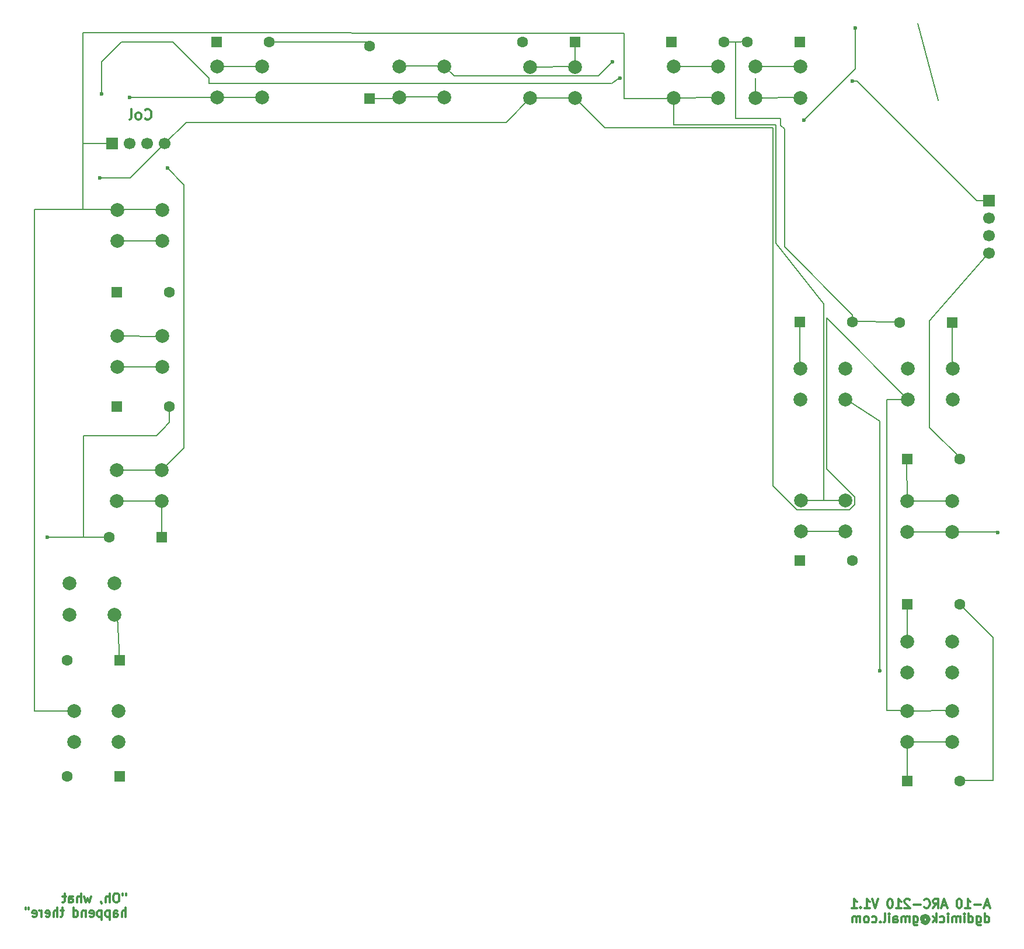
<source format=gbl>
%TF.GenerationSoftware,KiCad,Pcbnew,9.0.3*%
%TF.CreationDate,2025-07-25T01:46:46-06:00*%
%TF.ProjectId,ARC-210-Master-Board,4152432d-3231-4302-9d4d-61737465722d,rev?*%
%TF.SameCoordinates,Original*%
%TF.FileFunction,Copper,L2,Bot*%
%TF.FilePolarity,Positive*%
%FSLAX46Y46*%
G04 Gerber Fmt 4.6, Leading zero omitted, Abs format (unit mm)*
G04 Created by KiCad (PCBNEW 9.0.3) date 2025-07-25 01:46:46*
%MOMM*%
%LPD*%
G01*
G04 APERTURE LIST*
G04 Aperture macros list*
%AMRoundRect*
0 Rectangle with rounded corners*
0 $1 Rounding radius*
0 $2 $3 $4 $5 $6 $7 $8 $9 X,Y pos of 4 corners*
0 Add a 4 corners polygon primitive as box body*
4,1,4,$2,$3,$4,$5,$6,$7,$8,$9,$2,$3,0*
0 Add four circle primitives for the rounded corners*
1,1,$1+$1,$2,$3*
1,1,$1+$1,$4,$5*
1,1,$1+$1,$6,$7*
1,1,$1+$1,$8,$9*
0 Add four rect primitives between the rounded corners*
20,1,$1+$1,$2,$3,$4,$5,0*
20,1,$1+$1,$4,$5,$6,$7,0*
20,1,$1+$1,$6,$7,$8,$9,0*
20,1,$1+$1,$8,$9,$2,$3,0*%
G04 Aperture macros list end*
%TA.AperFunction,Conductor*%
%ADD10C,0.200000*%
%TD*%
%TA.AperFunction,NonConductor*%
%ADD11C,0.200000*%
%TD*%
%ADD12C,0.300000*%
%TA.AperFunction,NonConductor*%
%ADD13C,0.300000*%
%TD*%
%TA.AperFunction,ComponentPad*%
%ADD14C,2.000000*%
%TD*%
%TA.AperFunction,ComponentPad*%
%ADD15RoundRect,0.250000X-0.550000X-0.550000X0.550000X-0.550000X0.550000X0.550000X-0.550000X0.550000X0*%
%TD*%
%TA.AperFunction,ComponentPad*%
%ADD16C,1.600000*%
%TD*%
%TA.AperFunction,ComponentPad*%
%ADD17R,1.700000X1.700000*%
%TD*%
%TA.AperFunction,ComponentPad*%
%ADD18C,1.700000*%
%TD*%
%TA.AperFunction,ComponentPad*%
%ADD19RoundRect,0.250000X0.550000X0.550000X-0.550000X0.550000X-0.550000X-0.550000X0.550000X-0.550000X0*%
%TD*%
%TA.AperFunction,ComponentPad*%
%ADD20RoundRect,0.250000X0.550000X-0.550000X0.550000X0.550000X-0.550000X0.550000X-0.550000X-0.550000X0*%
%TD*%
%TA.AperFunction,ViaPad*%
%ADD21C,0.600000*%
%TD*%
G04 APERTURE END LIST*
D10*
%TO.N,Net-(J2-Pin_3)*%
X198340000Y-86600000D02*
X194040000Y-83780000D01*
%TO.N,Net-(D3-K)*%
X94210000Y-98200000D02*
X87790000Y-98200000D01*
%TO.N,Net-(D13-A)*%
X210290000Y-92220000D02*
X205530000Y-87570000D01*
%TO.N,Net-(J2-Pin_4)*%
X208960000Y-128640000D02*
X202580000Y-128650000D01*
%TO.N,Net-(J2-Pin_1)*%
X84880000Y-46340000D02*
X86990000Y-46340000D01*
%TO.N,Net-(D8-K)*%
X154150000Y-35100000D02*
X147670000Y-35190000D01*
%TO.N,Net-(D1-A)*%
X212376292Y-54570000D02*
X214130000Y-54600000D01*
X159450000Y-37610000D02*
X160460000Y-36920000D01*
%TO.N,Net-(J2-Pin_3)*%
X94190000Y-93690000D02*
X87810000Y-93690000D01*
%TO.N,Net-(J2-Pin_1)*%
X161290000Y-39800000D02*
X161290000Y-30309474D01*
%TO.N,Net-(D13-K)*%
X193390000Y-102650000D02*
X186860000Y-102650000D01*
%TO.N,Net-(D9-K)*%
X174970000Y-35150000D02*
X168440000Y-35170000D01*
%TO.N,Net-(D7-K)*%
X129190000Y-39545000D02*
X135540000Y-39520000D01*
%TO.N,Net-(J2-Pin_1)*%
X81510000Y-128660000D02*
X75790000Y-128680000D01*
X161290000Y-30309474D02*
X82760000Y-30260000D01*
%TO.N,Net-(D13-A)*%
X205530000Y-87570000D02*
X205530000Y-72147637D01*
X209930000Y-138800000D02*
X214780000Y-138800000D01*
%TO.N,Net-(D2-K)*%
X88120000Y-121340000D02*
X87740000Y-115000000D01*
%TO.N,Net-(J2-Pin_1)*%
X82760000Y-30260000D02*
X82760000Y-55840000D01*
%TO.N,Net-(D1-A)*%
X101040000Y-37620000D02*
X101040000Y-36810000D01*
%TO.N,Net-(J2-Pin_4)*%
X199380000Y-108460000D02*
X199400000Y-121090000D01*
%TO.N,Net-(D10-A)*%
X177410000Y-31610000D02*
X175670000Y-31610000D01*
%TO.N,Net-(D3-K)*%
X94180000Y-103420000D02*
X94180000Y-98199914D01*
%TO.N,Net-(J2-Pin_1)*%
X183300000Y-60820000D02*
X183300000Y-43579896D01*
X75790000Y-128680000D02*
X75770000Y-55870000D01*
X174960000Y-39650000D02*
X168400000Y-39680000D01*
%TO.N,Net-(J2-Pin_4)*%
X154110000Y-39660000D02*
X147470000Y-39660000D01*
%TO.N,Net-(D7-K)*%
X124380000Y-39770000D02*
X128740000Y-39770000D01*
%TO.N,Net-(J2-Pin_4)*%
X87770000Y-74270000D02*
X94300000Y-74360000D01*
%TO.N,Net-(J2-Pin_1)*%
X193388006Y-98150009D02*
X186990000Y-98150009D01*
%TO.N,Net-(D16-K)*%
X202350000Y-138850000D02*
X202350000Y-133159289D01*
%TO.N,Net-(J2-Pin_1)*%
X168460000Y-39750000D02*
X168460000Y-43587380D01*
X86990000Y-46340000D02*
X82770000Y-46340000D01*
%TO.N,Net-(D5-K)*%
X94260000Y-60420000D02*
X87790000Y-60420000D01*
%TO.N,Net-(J2-Pin_4)*%
X199380000Y-121090524D02*
X199380000Y-123890017D01*
%TO.N,Net-(D10-A)*%
X179130000Y-31530000D02*
X177410000Y-31610000D01*
%TO.N,Net-(J2-Pin_1)*%
X190189003Y-98150009D02*
X190189003Y-69594489D01*
%TO.N,Net-(D14-K)*%
X202260000Y-92160000D02*
X202350000Y-98200000D01*
%TO.N,Net-(D13-A)*%
X205570000Y-72020000D02*
X213640000Y-62700000D01*
%TO.N,Net-(D15-K)*%
X202300000Y-113160000D02*
X202300000Y-118712602D01*
%TO.N,Net-(J2-Pin_4)*%
X199370000Y-108430000D02*
X199370000Y-105350000D01*
X199380000Y-123880000D02*
X199380000Y-128590000D01*
%TO.N,Net-(D14-K)*%
X209040000Y-98180000D02*
X202490000Y-98210000D01*
%TO.N,Net-(J2-Pin_1)*%
X190189003Y-69594489D02*
X183300000Y-60820000D01*
%TO.N,Net-(D4-K)*%
X94270000Y-78770000D02*
X87820000Y-78770000D01*
%TO.N,Net-(D11-K)*%
X186790000Y-72240000D02*
X186790000Y-79160585D01*
%TO.N,Net-(J2-Pin_2)*%
X180330000Y-39510000D02*
X180330000Y-36819833D01*
%TO.N,Net-(J2-Pin_4)*%
X199380000Y-128590000D02*
X201610000Y-128590000D01*
%TO.N,Net-(J2-Pin_1)*%
X183300000Y-43579896D02*
X168460000Y-43587380D01*
%TO.N,Net-(J2-Pin_4)*%
X199370000Y-105350000D02*
X199370000Y-83510000D01*
%TO.N,Net-(J2-Pin_1)*%
X168460000Y-39750000D02*
X161289826Y-39750000D01*
X94300000Y-55870000D02*
X87770000Y-55830000D01*
%TO.N,Net-(D16-K)*%
X208830000Y-133150000D02*
X202260000Y-133160000D01*
%TO.N,Net-(D10-A)*%
X201240000Y-72230000D02*
X194340000Y-72160000D01*
%TO.N,Net-(J2-Pin_4)*%
X202490000Y-83510000D02*
X199380000Y-83510000D01*
%TO.N,Net-(J2-Pin_2)*%
X209090000Y-102710000D02*
X202770000Y-102680000D01*
%TO.N,Net-(J2-Pin_1)*%
X75770000Y-55870000D02*
X88180000Y-55870000D01*
%TO.N,Net-(D10-A)*%
X177410000Y-31610000D02*
X177410000Y-42630000D01*
%TO.N,Net-(D6-K)*%
X102250000Y-35120000D02*
X108840000Y-35120000D01*
%TO.N,Net-(D10-K)*%
X186850000Y-35150000D02*
X180310000Y-35160000D01*
D11*
X203850000Y-28850000D02*
X206790000Y-40070000D01*
D10*
%TO.N,Net-(J2-Pin_3)*%
X128680000Y-35045000D02*
X135270000Y-35045000D01*
%TO.N,Net-(J2-Pin_2)*%
X186790000Y-39650000D02*
X180290000Y-39670000D01*
D12*
D13*
X91798346Y-42667971D02*
X91869774Y-42739400D01*
X91869774Y-42739400D02*
X92084060Y-42810828D01*
X92084060Y-42810828D02*
X92226917Y-42810828D01*
X92226917Y-42810828D02*
X92441203Y-42739400D01*
X92441203Y-42739400D02*
X92584060Y-42596542D01*
X92584060Y-42596542D02*
X92655489Y-42453685D01*
X92655489Y-42453685D02*
X92726917Y-42167971D01*
X92726917Y-42167971D02*
X92726917Y-41953685D01*
X92726917Y-41953685D02*
X92655489Y-41667971D01*
X92655489Y-41667971D02*
X92584060Y-41525114D01*
X92584060Y-41525114D02*
X92441203Y-41382257D01*
X92441203Y-41382257D02*
X92226917Y-41310828D01*
X92226917Y-41310828D02*
X92084060Y-41310828D01*
X92084060Y-41310828D02*
X91869774Y-41382257D01*
X91869774Y-41382257D02*
X91798346Y-41453685D01*
X90941203Y-42810828D02*
X91084060Y-42739400D01*
X91084060Y-42739400D02*
X91155489Y-42667971D01*
X91155489Y-42667971D02*
X91226917Y-42525114D01*
X91226917Y-42525114D02*
X91226917Y-42096542D01*
X91226917Y-42096542D02*
X91155489Y-41953685D01*
X91155489Y-41953685D02*
X91084060Y-41882257D01*
X91084060Y-41882257D02*
X90941203Y-41810828D01*
X90941203Y-41810828D02*
X90726917Y-41810828D01*
X90726917Y-41810828D02*
X90584060Y-41882257D01*
X90584060Y-41882257D02*
X90512632Y-41953685D01*
X90512632Y-41953685D02*
X90441203Y-42096542D01*
X90441203Y-42096542D02*
X90441203Y-42525114D01*
X90441203Y-42525114D02*
X90512632Y-42667971D01*
X90512632Y-42667971D02*
X90584060Y-42739400D01*
X90584060Y-42739400D02*
X90726917Y-42810828D01*
X90726917Y-42810828D02*
X90941203Y-42810828D01*
X89584060Y-42810828D02*
X89726917Y-42739400D01*
X89726917Y-42739400D02*
X89798346Y-42596542D01*
X89798346Y-42596542D02*
X89798346Y-41310828D01*
D12*
D13*
X214205012Y-156900949D02*
X213585965Y-156900949D01*
X214328822Y-157272377D02*
X213895489Y-155972377D01*
X213895489Y-155972377D02*
X213462155Y-157272377D01*
X213028822Y-156777139D02*
X212038346Y-156777139D01*
X210738345Y-157272377D02*
X211481202Y-157272377D01*
X211109774Y-157272377D02*
X211109774Y-155972377D01*
X211109774Y-155972377D02*
X211233583Y-156158092D01*
X211233583Y-156158092D02*
X211357393Y-156281901D01*
X211357393Y-156281901D02*
X211481202Y-156343806D01*
X209933584Y-155972377D02*
X209809774Y-155972377D01*
X209809774Y-155972377D02*
X209685965Y-156034282D01*
X209685965Y-156034282D02*
X209624060Y-156096187D01*
X209624060Y-156096187D02*
X209562155Y-156219996D01*
X209562155Y-156219996D02*
X209500250Y-156467615D01*
X209500250Y-156467615D02*
X209500250Y-156777139D01*
X209500250Y-156777139D02*
X209562155Y-157024758D01*
X209562155Y-157024758D02*
X209624060Y-157148568D01*
X209624060Y-157148568D02*
X209685965Y-157210473D01*
X209685965Y-157210473D02*
X209809774Y-157272377D01*
X209809774Y-157272377D02*
X209933584Y-157272377D01*
X209933584Y-157272377D02*
X210057393Y-157210473D01*
X210057393Y-157210473D02*
X210119298Y-157148568D01*
X210119298Y-157148568D02*
X210181203Y-157024758D01*
X210181203Y-157024758D02*
X210243107Y-156777139D01*
X210243107Y-156777139D02*
X210243107Y-156467615D01*
X210243107Y-156467615D02*
X210181203Y-156219996D01*
X210181203Y-156219996D02*
X210119298Y-156096187D01*
X210119298Y-156096187D02*
X210057393Y-156034282D01*
X210057393Y-156034282D02*
X209933584Y-155972377D01*
X208014536Y-156900949D02*
X207395489Y-156900949D01*
X208138346Y-157272377D02*
X207705013Y-155972377D01*
X207705013Y-155972377D02*
X207271679Y-157272377D01*
X206095489Y-157272377D02*
X206528822Y-156653330D01*
X206838346Y-157272377D02*
X206838346Y-155972377D01*
X206838346Y-155972377D02*
X206343108Y-155972377D01*
X206343108Y-155972377D02*
X206219298Y-156034282D01*
X206219298Y-156034282D02*
X206157393Y-156096187D01*
X206157393Y-156096187D02*
X206095489Y-156219996D01*
X206095489Y-156219996D02*
X206095489Y-156405711D01*
X206095489Y-156405711D02*
X206157393Y-156529520D01*
X206157393Y-156529520D02*
X206219298Y-156591425D01*
X206219298Y-156591425D02*
X206343108Y-156653330D01*
X206343108Y-156653330D02*
X206838346Y-156653330D01*
X204795489Y-157148568D02*
X204857393Y-157210473D01*
X204857393Y-157210473D02*
X205043108Y-157272377D01*
X205043108Y-157272377D02*
X205166917Y-157272377D01*
X205166917Y-157272377D02*
X205352631Y-157210473D01*
X205352631Y-157210473D02*
X205476441Y-157086663D01*
X205476441Y-157086663D02*
X205538346Y-156962853D01*
X205538346Y-156962853D02*
X205600250Y-156715234D01*
X205600250Y-156715234D02*
X205600250Y-156529520D01*
X205600250Y-156529520D02*
X205538346Y-156281901D01*
X205538346Y-156281901D02*
X205476441Y-156158092D01*
X205476441Y-156158092D02*
X205352631Y-156034282D01*
X205352631Y-156034282D02*
X205166917Y-155972377D01*
X205166917Y-155972377D02*
X205043108Y-155972377D01*
X205043108Y-155972377D02*
X204857393Y-156034282D01*
X204857393Y-156034282D02*
X204795489Y-156096187D01*
X204238346Y-156777139D02*
X203247870Y-156777139D01*
X202690726Y-156096187D02*
X202628822Y-156034282D01*
X202628822Y-156034282D02*
X202505012Y-155972377D01*
X202505012Y-155972377D02*
X202195488Y-155972377D01*
X202195488Y-155972377D02*
X202071679Y-156034282D01*
X202071679Y-156034282D02*
X202009774Y-156096187D01*
X202009774Y-156096187D02*
X201947869Y-156219996D01*
X201947869Y-156219996D02*
X201947869Y-156343806D01*
X201947869Y-156343806D02*
X202009774Y-156529520D01*
X202009774Y-156529520D02*
X202752631Y-157272377D01*
X202752631Y-157272377D02*
X201947869Y-157272377D01*
X200709774Y-157272377D02*
X201452631Y-157272377D01*
X201081203Y-157272377D02*
X201081203Y-155972377D01*
X201081203Y-155972377D02*
X201205012Y-156158092D01*
X201205012Y-156158092D02*
X201328822Y-156281901D01*
X201328822Y-156281901D02*
X201452631Y-156343806D01*
X199905013Y-155972377D02*
X199781203Y-155972377D01*
X199781203Y-155972377D02*
X199657394Y-156034282D01*
X199657394Y-156034282D02*
X199595489Y-156096187D01*
X199595489Y-156096187D02*
X199533584Y-156219996D01*
X199533584Y-156219996D02*
X199471679Y-156467615D01*
X199471679Y-156467615D02*
X199471679Y-156777139D01*
X199471679Y-156777139D02*
X199533584Y-157024758D01*
X199533584Y-157024758D02*
X199595489Y-157148568D01*
X199595489Y-157148568D02*
X199657394Y-157210473D01*
X199657394Y-157210473D02*
X199781203Y-157272377D01*
X199781203Y-157272377D02*
X199905013Y-157272377D01*
X199905013Y-157272377D02*
X200028822Y-157210473D01*
X200028822Y-157210473D02*
X200090727Y-157148568D01*
X200090727Y-157148568D02*
X200152632Y-157024758D01*
X200152632Y-157024758D02*
X200214536Y-156777139D01*
X200214536Y-156777139D02*
X200214536Y-156467615D01*
X200214536Y-156467615D02*
X200152632Y-156219996D01*
X200152632Y-156219996D02*
X200090727Y-156096187D01*
X200090727Y-156096187D02*
X200028822Y-156034282D01*
X200028822Y-156034282D02*
X199905013Y-155972377D01*
X198109775Y-155972377D02*
X197676442Y-157272377D01*
X197676442Y-157272377D02*
X197243108Y-155972377D01*
X196128822Y-157272377D02*
X196871679Y-157272377D01*
X196500251Y-157272377D02*
X196500251Y-155972377D01*
X196500251Y-155972377D02*
X196624060Y-156158092D01*
X196624060Y-156158092D02*
X196747870Y-156281901D01*
X196747870Y-156281901D02*
X196871679Y-156343806D01*
X195571680Y-157148568D02*
X195509775Y-157210473D01*
X195509775Y-157210473D02*
X195571680Y-157272377D01*
X195571680Y-157272377D02*
X195633584Y-157210473D01*
X195633584Y-157210473D02*
X195571680Y-157148568D01*
X195571680Y-157148568D02*
X195571680Y-157272377D01*
X194271679Y-157272377D02*
X195014536Y-157272377D01*
X194643108Y-157272377D02*
X194643108Y-155972377D01*
X194643108Y-155972377D02*
X194766917Y-156158092D01*
X194766917Y-156158092D02*
X194890727Y-156281901D01*
X194890727Y-156281901D02*
X195014536Y-156343806D01*
X213585965Y-159365304D02*
X213585965Y-158065304D01*
X213585965Y-159303400D02*
X213709774Y-159365304D01*
X213709774Y-159365304D02*
X213957393Y-159365304D01*
X213957393Y-159365304D02*
X214081203Y-159303400D01*
X214081203Y-159303400D02*
X214143108Y-159241495D01*
X214143108Y-159241495D02*
X214205012Y-159117685D01*
X214205012Y-159117685D02*
X214205012Y-158746257D01*
X214205012Y-158746257D02*
X214143108Y-158622447D01*
X214143108Y-158622447D02*
X214081203Y-158560542D01*
X214081203Y-158560542D02*
X213957393Y-158498638D01*
X213957393Y-158498638D02*
X213709774Y-158498638D01*
X213709774Y-158498638D02*
X213585965Y-158560542D01*
X212409775Y-158498638D02*
X212409775Y-159551019D01*
X212409775Y-159551019D02*
X212471680Y-159674828D01*
X212471680Y-159674828D02*
X212533584Y-159736733D01*
X212533584Y-159736733D02*
X212657394Y-159798638D01*
X212657394Y-159798638D02*
X212843108Y-159798638D01*
X212843108Y-159798638D02*
X212966918Y-159736733D01*
X212409775Y-159303400D02*
X212533584Y-159365304D01*
X212533584Y-159365304D02*
X212781203Y-159365304D01*
X212781203Y-159365304D02*
X212905013Y-159303400D01*
X212905013Y-159303400D02*
X212966918Y-159241495D01*
X212966918Y-159241495D02*
X213028822Y-159117685D01*
X213028822Y-159117685D02*
X213028822Y-158746257D01*
X213028822Y-158746257D02*
X212966918Y-158622447D01*
X212966918Y-158622447D02*
X212905013Y-158560542D01*
X212905013Y-158560542D02*
X212781203Y-158498638D01*
X212781203Y-158498638D02*
X212533584Y-158498638D01*
X212533584Y-158498638D02*
X212409775Y-158560542D01*
X211233585Y-159365304D02*
X211233585Y-158065304D01*
X211233585Y-159303400D02*
X211357394Y-159365304D01*
X211357394Y-159365304D02*
X211605013Y-159365304D01*
X211605013Y-159365304D02*
X211728823Y-159303400D01*
X211728823Y-159303400D02*
X211790728Y-159241495D01*
X211790728Y-159241495D02*
X211852632Y-159117685D01*
X211852632Y-159117685D02*
X211852632Y-158746257D01*
X211852632Y-158746257D02*
X211790728Y-158622447D01*
X211790728Y-158622447D02*
X211728823Y-158560542D01*
X211728823Y-158560542D02*
X211605013Y-158498638D01*
X211605013Y-158498638D02*
X211357394Y-158498638D01*
X211357394Y-158498638D02*
X211233585Y-158560542D01*
X210614538Y-159365304D02*
X210614538Y-158498638D01*
X210614538Y-158065304D02*
X210676442Y-158127209D01*
X210676442Y-158127209D02*
X210614538Y-158189114D01*
X210614538Y-158189114D02*
X210552633Y-158127209D01*
X210552633Y-158127209D02*
X210614538Y-158065304D01*
X210614538Y-158065304D02*
X210614538Y-158189114D01*
X209995490Y-159365304D02*
X209995490Y-158498638D01*
X209995490Y-158622447D02*
X209933585Y-158560542D01*
X209933585Y-158560542D02*
X209809775Y-158498638D01*
X209809775Y-158498638D02*
X209624061Y-158498638D01*
X209624061Y-158498638D02*
X209500252Y-158560542D01*
X209500252Y-158560542D02*
X209438347Y-158684352D01*
X209438347Y-158684352D02*
X209438347Y-159365304D01*
X209438347Y-158684352D02*
X209376442Y-158560542D01*
X209376442Y-158560542D02*
X209252633Y-158498638D01*
X209252633Y-158498638D02*
X209066918Y-158498638D01*
X209066918Y-158498638D02*
X208943109Y-158560542D01*
X208943109Y-158560542D02*
X208881204Y-158684352D01*
X208881204Y-158684352D02*
X208881204Y-159365304D01*
X208262157Y-159365304D02*
X208262157Y-158498638D01*
X208262157Y-158065304D02*
X208324061Y-158127209D01*
X208324061Y-158127209D02*
X208262157Y-158189114D01*
X208262157Y-158189114D02*
X208200252Y-158127209D01*
X208200252Y-158127209D02*
X208262157Y-158065304D01*
X208262157Y-158065304D02*
X208262157Y-158189114D01*
X207085966Y-159303400D02*
X207209775Y-159365304D01*
X207209775Y-159365304D02*
X207457394Y-159365304D01*
X207457394Y-159365304D02*
X207581204Y-159303400D01*
X207581204Y-159303400D02*
X207643109Y-159241495D01*
X207643109Y-159241495D02*
X207705013Y-159117685D01*
X207705013Y-159117685D02*
X207705013Y-158746257D01*
X207705013Y-158746257D02*
X207643109Y-158622447D01*
X207643109Y-158622447D02*
X207581204Y-158560542D01*
X207581204Y-158560542D02*
X207457394Y-158498638D01*
X207457394Y-158498638D02*
X207209775Y-158498638D01*
X207209775Y-158498638D02*
X207085966Y-158560542D01*
X206528823Y-159365304D02*
X206528823Y-158065304D01*
X206405013Y-158870066D02*
X206033585Y-159365304D01*
X206033585Y-158498638D02*
X206528823Y-158993876D01*
X204671680Y-158746257D02*
X204733585Y-158684352D01*
X204733585Y-158684352D02*
X204857394Y-158622447D01*
X204857394Y-158622447D02*
X204981204Y-158622447D01*
X204981204Y-158622447D02*
X205105013Y-158684352D01*
X205105013Y-158684352D02*
X205166918Y-158746257D01*
X205166918Y-158746257D02*
X205228823Y-158870066D01*
X205228823Y-158870066D02*
X205228823Y-158993876D01*
X205228823Y-158993876D02*
X205166918Y-159117685D01*
X205166918Y-159117685D02*
X205105013Y-159179590D01*
X205105013Y-159179590D02*
X204981204Y-159241495D01*
X204981204Y-159241495D02*
X204857394Y-159241495D01*
X204857394Y-159241495D02*
X204733585Y-159179590D01*
X204733585Y-159179590D02*
X204671680Y-159117685D01*
X204671680Y-158622447D02*
X204671680Y-159117685D01*
X204671680Y-159117685D02*
X204609775Y-159179590D01*
X204609775Y-159179590D02*
X204547870Y-159179590D01*
X204547870Y-159179590D02*
X204424061Y-159117685D01*
X204424061Y-159117685D02*
X204362156Y-158993876D01*
X204362156Y-158993876D02*
X204362156Y-158684352D01*
X204362156Y-158684352D02*
X204485966Y-158498638D01*
X204485966Y-158498638D02*
X204671680Y-158374828D01*
X204671680Y-158374828D02*
X204919299Y-158312923D01*
X204919299Y-158312923D02*
X205166918Y-158374828D01*
X205166918Y-158374828D02*
X205352632Y-158498638D01*
X205352632Y-158498638D02*
X205476442Y-158684352D01*
X205476442Y-158684352D02*
X205538346Y-158931971D01*
X205538346Y-158931971D02*
X205476442Y-159179590D01*
X205476442Y-159179590D02*
X205352632Y-159365304D01*
X205352632Y-159365304D02*
X205166918Y-159489114D01*
X205166918Y-159489114D02*
X204919299Y-159551019D01*
X204919299Y-159551019D02*
X204671680Y-159489114D01*
X204671680Y-159489114D02*
X204485966Y-159365304D01*
X203247870Y-158498638D02*
X203247870Y-159551019D01*
X203247870Y-159551019D02*
X203309775Y-159674828D01*
X203309775Y-159674828D02*
X203371679Y-159736733D01*
X203371679Y-159736733D02*
X203495489Y-159798638D01*
X203495489Y-159798638D02*
X203681203Y-159798638D01*
X203681203Y-159798638D02*
X203805013Y-159736733D01*
X203247870Y-159303400D02*
X203371679Y-159365304D01*
X203371679Y-159365304D02*
X203619298Y-159365304D01*
X203619298Y-159365304D02*
X203743108Y-159303400D01*
X203743108Y-159303400D02*
X203805013Y-159241495D01*
X203805013Y-159241495D02*
X203866917Y-159117685D01*
X203866917Y-159117685D02*
X203866917Y-158746257D01*
X203866917Y-158746257D02*
X203805013Y-158622447D01*
X203805013Y-158622447D02*
X203743108Y-158560542D01*
X203743108Y-158560542D02*
X203619298Y-158498638D01*
X203619298Y-158498638D02*
X203371679Y-158498638D01*
X203371679Y-158498638D02*
X203247870Y-158560542D01*
X202628823Y-159365304D02*
X202628823Y-158498638D01*
X202628823Y-158622447D02*
X202566918Y-158560542D01*
X202566918Y-158560542D02*
X202443108Y-158498638D01*
X202443108Y-158498638D02*
X202257394Y-158498638D01*
X202257394Y-158498638D02*
X202133585Y-158560542D01*
X202133585Y-158560542D02*
X202071680Y-158684352D01*
X202071680Y-158684352D02*
X202071680Y-159365304D01*
X202071680Y-158684352D02*
X202009775Y-158560542D01*
X202009775Y-158560542D02*
X201885966Y-158498638D01*
X201885966Y-158498638D02*
X201700251Y-158498638D01*
X201700251Y-158498638D02*
X201576442Y-158560542D01*
X201576442Y-158560542D02*
X201514537Y-158684352D01*
X201514537Y-158684352D02*
X201514537Y-159365304D01*
X200338347Y-159365304D02*
X200338347Y-158684352D01*
X200338347Y-158684352D02*
X200400252Y-158560542D01*
X200400252Y-158560542D02*
X200524061Y-158498638D01*
X200524061Y-158498638D02*
X200771680Y-158498638D01*
X200771680Y-158498638D02*
X200895490Y-158560542D01*
X200338347Y-159303400D02*
X200462156Y-159365304D01*
X200462156Y-159365304D02*
X200771680Y-159365304D01*
X200771680Y-159365304D02*
X200895490Y-159303400D01*
X200895490Y-159303400D02*
X200957394Y-159179590D01*
X200957394Y-159179590D02*
X200957394Y-159055780D01*
X200957394Y-159055780D02*
X200895490Y-158931971D01*
X200895490Y-158931971D02*
X200771680Y-158870066D01*
X200771680Y-158870066D02*
X200462156Y-158870066D01*
X200462156Y-158870066D02*
X200338347Y-158808161D01*
X199719300Y-159365304D02*
X199719300Y-158498638D01*
X199719300Y-158065304D02*
X199781204Y-158127209D01*
X199781204Y-158127209D02*
X199719300Y-158189114D01*
X199719300Y-158189114D02*
X199657395Y-158127209D01*
X199657395Y-158127209D02*
X199719300Y-158065304D01*
X199719300Y-158065304D02*
X199719300Y-158189114D01*
X198914537Y-159365304D02*
X199038347Y-159303400D01*
X199038347Y-159303400D02*
X199100252Y-159179590D01*
X199100252Y-159179590D02*
X199100252Y-158065304D01*
X198419300Y-159241495D02*
X198357395Y-159303400D01*
X198357395Y-159303400D02*
X198419300Y-159365304D01*
X198419300Y-159365304D02*
X198481204Y-159303400D01*
X198481204Y-159303400D02*
X198419300Y-159241495D01*
X198419300Y-159241495D02*
X198419300Y-159365304D01*
X197243109Y-159303400D02*
X197366918Y-159365304D01*
X197366918Y-159365304D02*
X197614537Y-159365304D01*
X197614537Y-159365304D02*
X197738347Y-159303400D01*
X197738347Y-159303400D02*
X197800252Y-159241495D01*
X197800252Y-159241495D02*
X197862156Y-159117685D01*
X197862156Y-159117685D02*
X197862156Y-158746257D01*
X197862156Y-158746257D02*
X197800252Y-158622447D01*
X197800252Y-158622447D02*
X197738347Y-158560542D01*
X197738347Y-158560542D02*
X197614537Y-158498638D01*
X197614537Y-158498638D02*
X197366918Y-158498638D01*
X197366918Y-158498638D02*
X197243109Y-158560542D01*
X196500251Y-159365304D02*
X196624061Y-159303400D01*
X196624061Y-159303400D02*
X196685966Y-159241495D01*
X196685966Y-159241495D02*
X196747870Y-159117685D01*
X196747870Y-159117685D02*
X196747870Y-158746257D01*
X196747870Y-158746257D02*
X196685966Y-158622447D01*
X196685966Y-158622447D02*
X196624061Y-158560542D01*
X196624061Y-158560542D02*
X196500251Y-158498638D01*
X196500251Y-158498638D02*
X196314537Y-158498638D01*
X196314537Y-158498638D02*
X196190728Y-158560542D01*
X196190728Y-158560542D02*
X196128823Y-158622447D01*
X196128823Y-158622447D02*
X196066918Y-158746257D01*
X196066918Y-158746257D02*
X196066918Y-159117685D01*
X196066918Y-159117685D02*
X196128823Y-159241495D01*
X196128823Y-159241495D02*
X196190728Y-159303400D01*
X196190728Y-159303400D02*
X196314537Y-159365304D01*
X196314537Y-159365304D02*
X196500251Y-159365304D01*
X195509776Y-159365304D02*
X195509776Y-158498638D01*
X195509776Y-158622447D02*
X195447871Y-158560542D01*
X195447871Y-158560542D02*
X195324061Y-158498638D01*
X195324061Y-158498638D02*
X195138347Y-158498638D01*
X195138347Y-158498638D02*
X195014538Y-158560542D01*
X195014538Y-158560542D02*
X194952633Y-158684352D01*
X194952633Y-158684352D02*
X194952633Y-159365304D01*
X194952633Y-158684352D02*
X194890728Y-158560542D01*
X194890728Y-158560542D02*
X194766919Y-158498638D01*
X194766919Y-158498638D02*
X194581204Y-158498638D01*
X194581204Y-158498638D02*
X194457395Y-158560542D01*
X194457395Y-158560542D02*
X194395490Y-158684352D01*
X194395490Y-158684352D02*
X194395490Y-159365304D01*
D12*
D13*
X89055012Y-155152377D02*
X89055012Y-155399996D01*
X88559774Y-155152377D02*
X88559774Y-155399996D01*
X87755013Y-155152377D02*
X87507394Y-155152377D01*
X87507394Y-155152377D02*
X87383584Y-155214282D01*
X87383584Y-155214282D02*
X87259775Y-155338092D01*
X87259775Y-155338092D02*
X87197870Y-155585711D01*
X87197870Y-155585711D02*
X87197870Y-156019044D01*
X87197870Y-156019044D02*
X87259775Y-156266663D01*
X87259775Y-156266663D02*
X87383584Y-156390473D01*
X87383584Y-156390473D02*
X87507394Y-156452377D01*
X87507394Y-156452377D02*
X87755013Y-156452377D01*
X87755013Y-156452377D02*
X87878822Y-156390473D01*
X87878822Y-156390473D02*
X88002632Y-156266663D01*
X88002632Y-156266663D02*
X88064536Y-156019044D01*
X88064536Y-156019044D02*
X88064536Y-155585711D01*
X88064536Y-155585711D02*
X88002632Y-155338092D01*
X88002632Y-155338092D02*
X87878822Y-155214282D01*
X87878822Y-155214282D02*
X87755013Y-155152377D01*
X86640727Y-156452377D02*
X86640727Y-155152377D01*
X86083584Y-156452377D02*
X86083584Y-155771425D01*
X86083584Y-155771425D02*
X86145489Y-155647615D01*
X86145489Y-155647615D02*
X86269298Y-155585711D01*
X86269298Y-155585711D02*
X86455012Y-155585711D01*
X86455012Y-155585711D02*
X86578822Y-155647615D01*
X86578822Y-155647615D02*
X86640727Y-155709520D01*
X85402632Y-156390473D02*
X85402632Y-156452377D01*
X85402632Y-156452377D02*
X85464537Y-156576187D01*
X85464537Y-156576187D02*
X85526441Y-156638092D01*
X83978822Y-155585711D02*
X83731203Y-156452377D01*
X83731203Y-156452377D02*
X83483584Y-155833330D01*
X83483584Y-155833330D02*
X83235965Y-156452377D01*
X83235965Y-156452377D02*
X82988346Y-155585711D01*
X82493108Y-156452377D02*
X82493108Y-155152377D01*
X81935965Y-156452377D02*
X81935965Y-155771425D01*
X81935965Y-155771425D02*
X81997870Y-155647615D01*
X81997870Y-155647615D02*
X82121679Y-155585711D01*
X82121679Y-155585711D02*
X82307393Y-155585711D01*
X82307393Y-155585711D02*
X82431203Y-155647615D01*
X82431203Y-155647615D02*
X82493108Y-155709520D01*
X80759775Y-156452377D02*
X80759775Y-155771425D01*
X80759775Y-155771425D02*
X80821680Y-155647615D01*
X80821680Y-155647615D02*
X80945489Y-155585711D01*
X80945489Y-155585711D02*
X81193108Y-155585711D01*
X81193108Y-155585711D02*
X81316918Y-155647615D01*
X80759775Y-156390473D02*
X80883584Y-156452377D01*
X80883584Y-156452377D02*
X81193108Y-156452377D01*
X81193108Y-156452377D02*
X81316918Y-156390473D01*
X81316918Y-156390473D02*
X81378822Y-156266663D01*
X81378822Y-156266663D02*
X81378822Y-156142853D01*
X81378822Y-156142853D02*
X81316918Y-156019044D01*
X81316918Y-156019044D02*
X81193108Y-155957139D01*
X81193108Y-155957139D02*
X80883584Y-155957139D01*
X80883584Y-155957139D02*
X80759775Y-155895234D01*
X80326442Y-155585711D02*
X79831204Y-155585711D01*
X80140728Y-155152377D02*
X80140728Y-156266663D01*
X80140728Y-156266663D02*
X80078823Y-156390473D01*
X80078823Y-156390473D02*
X79955013Y-156452377D01*
X79955013Y-156452377D02*
X79831204Y-156452377D01*
X88993108Y-158545304D02*
X88993108Y-157245304D01*
X88435965Y-158545304D02*
X88435965Y-157864352D01*
X88435965Y-157864352D02*
X88497870Y-157740542D01*
X88497870Y-157740542D02*
X88621679Y-157678638D01*
X88621679Y-157678638D02*
X88807393Y-157678638D01*
X88807393Y-157678638D02*
X88931203Y-157740542D01*
X88931203Y-157740542D02*
X88993108Y-157802447D01*
X87259775Y-158545304D02*
X87259775Y-157864352D01*
X87259775Y-157864352D02*
X87321680Y-157740542D01*
X87321680Y-157740542D02*
X87445489Y-157678638D01*
X87445489Y-157678638D02*
X87693108Y-157678638D01*
X87693108Y-157678638D02*
X87816918Y-157740542D01*
X87259775Y-158483400D02*
X87383584Y-158545304D01*
X87383584Y-158545304D02*
X87693108Y-158545304D01*
X87693108Y-158545304D02*
X87816918Y-158483400D01*
X87816918Y-158483400D02*
X87878822Y-158359590D01*
X87878822Y-158359590D02*
X87878822Y-158235780D01*
X87878822Y-158235780D02*
X87816918Y-158111971D01*
X87816918Y-158111971D02*
X87693108Y-158050066D01*
X87693108Y-158050066D02*
X87383584Y-158050066D01*
X87383584Y-158050066D02*
X87259775Y-157988161D01*
X86640728Y-157678638D02*
X86640728Y-158978638D01*
X86640728Y-157740542D02*
X86516918Y-157678638D01*
X86516918Y-157678638D02*
X86269299Y-157678638D01*
X86269299Y-157678638D02*
X86145490Y-157740542D01*
X86145490Y-157740542D02*
X86083585Y-157802447D01*
X86083585Y-157802447D02*
X86021680Y-157926257D01*
X86021680Y-157926257D02*
X86021680Y-158297685D01*
X86021680Y-158297685D02*
X86083585Y-158421495D01*
X86083585Y-158421495D02*
X86145490Y-158483400D01*
X86145490Y-158483400D02*
X86269299Y-158545304D01*
X86269299Y-158545304D02*
X86516918Y-158545304D01*
X86516918Y-158545304D02*
X86640728Y-158483400D01*
X85464538Y-157678638D02*
X85464538Y-158978638D01*
X85464538Y-157740542D02*
X85340728Y-157678638D01*
X85340728Y-157678638D02*
X85093109Y-157678638D01*
X85093109Y-157678638D02*
X84969300Y-157740542D01*
X84969300Y-157740542D02*
X84907395Y-157802447D01*
X84907395Y-157802447D02*
X84845490Y-157926257D01*
X84845490Y-157926257D02*
X84845490Y-158297685D01*
X84845490Y-158297685D02*
X84907395Y-158421495D01*
X84907395Y-158421495D02*
X84969300Y-158483400D01*
X84969300Y-158483400D02*
X85093109Y-158545304D01*
X85093109Y-158545304D02*
X85340728Y-158545304D01*
X85340728Y-158545304D02*
X85464538Y-158483400D01*
X83793110Y-158483400D02*
X83916919Y-158545304D01*
X83916919Y-158545304D02*
X84164538Y-158545304D01*
X84164538Y-158545304D02*
X84288348Y-158483400D01*
X84288348Y-158483400D02*
X84350252Y-158359590D01*
X84350252Y-158359590D02*
X84350252Y-157864352D01*
X84350252Y-157864352D02*
X84288348Y-157740542D01*
X84288348Y-157740542D02*
X84164538Y-157678638D01*
X84164538Y-157678638D02*
X83916919Y-157678638D01*
X83916919Y-157678638D02*
X83793110Y-157740542D01*
X83793110Y-157740542D02*
X83731205Y-157864352D01*
X83731205Y-157864352D02*
X83731205Y-157988161D01*
X83731205Y-157988161D02*
X84350252Y-158111971D01*
X83174062Y-157678638D02*
X83174062Y-158545304D01*
X83174062Y-157802447D02*
X83112157Y-157740542D01*
X83112157Y-157740542D02*
X82988347Y-157678638D01*
X82988347Y-157678638D02*
X82802633Y-157678638D01*
X82802633Y-157678638D02*
X82678824Y-157740542D01*
X82678824Y-157740542D02*
X82616919Y-157864352D01*
X82616919Y-157864352D02*
X82616919Y-158545304D01*
X81440729Y-158545304D02*
X81440729Y-157245304D01*
X81440729Y-158483400D02*
X81564538Y-158545304D01*
X81564538Y-158545304D02*
X81812157Y-158545304D01*
X81812157Y-158545304D02*
X81935967Y-158483400D01*
X81935967Y-158483400D02*
X81997872Y-158421495D01*
X81997872Y-158421495D02*
X82059776Y-158297685D01*
X82059776Y-158297685D02*
X82059776Y-157926257D01*
X82059776Y-157926257D02*
X81997872Y-157802447D01*
X81997872Y-157802447D02*
X81935967Y-157740542D01*
X81935967Y-157740542D02*
X81812157Y-157678638D01*
X81812157Y-157678638D02*
X81564538Y-157678638D01*
X81564538Y-157678638D02*
X81440729Y-157740542D01*
X80016920Y-157678638D02*
X79521682Y-157678638D01*
X79831206Y-157245304D02*
X79831206Y-158359590D01*
X79831206Y-158359590D02*
X79769301Y-158483400D01*
X79769301Y-158483400D02*
X79645491Y-158545304D01*
X79645491Y-158545304D02*
X79521682Y-158545304D01*
X79088349Y-158545304D02*
X79088349Y-157245304D01*
X78531206Y-158545304D02*
X78531206Y-157864352D01*
X78531206Y-157864352D02*
X78593111Y-157740542D01*
X78593111Y-157740542D02*
X78716920Y-157678638D01*
X78716920Y-157678638D02*
X78902634Y-157678638D01*
X78902634Y-157678638D02*
X79026444Y-157740542D01*
X79026444Y-157740542D02*
X79088349Y-157802447D01*
X77416921Y-158483400D02*
X77540730Y-158545304D01*
X77540730Y-158545304D02*
X77788349Y-158545304D01*
X77788349Y-158545304D02*
X77912159Y-158483400D01*
X77912159Y-158483400D02*
X77974063Y-158359590D01*
X77974063Y-158359590D02*
X77974063Y-157864352D01*
X77974063Y-157864352D02*
X77912159Y-157740542D01*
X77912159Y-157740542D02*
X77788349Y-157678638D01*
X77788349Y-157678638D02*
X77540730Y-157678638D01*
X77540730Y-157678638D02*
X77416921Y-157740542D01*
X77416921Y-157740542D02*
X77355016Y-157864352D01*
X77355016Y-157864352D02*
X77355016Y-157988161D01*
X77355016Y-157988161D02*
X77974063Y-158111971D01*
X76797873Y-158545304D02*
X76797873Y-157678638D01*
X76797873Y-157926257D02*
X76735968Y-157802447D01*
X76735968Y-157802447D02*
X76674063Y-157740542D01*
X76674063Y-157740542D02*
X76550254Y-157678638D01*
X76550254Y-157678638D02*
X76426444Y-157678638D01*
X75497873Y-158483400D02*
X75621682Y-158545304D01*
X75621682Y-158545304D02*
X75869301Y-158545304D01*
X75869301Y-158545304D02*
X75993111Y-158483400D01*
X75993111Y-158483400D02*
X76055015Y-158359590D01*
X76055015Y-158359590D02*
X76055015Y-157864352D01*
X76055015Y-157864352D02*
X75993111Y-157740542D01*
X75993111Y-157740542D02*
X75869301Y-157678638D01*
X75869301Y-157678638D02*
X75621682Y-157678638D01*
X75621682Y-157678638D02*
X75497873Y-157740542D01*
X75497873Y-157740542D02*
X75435968Y-157864352D01*
X75435968Y-157864352D02*
X75435968Y-157988161D01*
X75435968Y-157988161D02*
X76055015Y-158111971D01*
X74940729Y-157245304D02*
X74940729Y-157492923D01*
X74445491Y-157245304D02*
X74445491Y-157492923D01*
%TD*%
D14*
%TO.P,SW10,1,1*%
%TO.N,Net-(D10-K)*%
X180310000Y-35160000D03*
X186810000Y-35160000D03*
%TO.P,SW10,2,2*%
%TO.N,Net-(J2-Pin_2)*%
X180310000Y-39660000D03*
X186810000Y-39660000D03*
%TD*%
%TO.P,SW14,1,1*%
%TO.N,Net-(D14-K)*%
X202350000Y-98200000D03*
X208850000Y-98200000D03*
%TO.P,SW14,2,2*%
%TO.N,Net-(J2-Pin_2)*%
X202350000Y-102700000D03*
X208850000Y-102700000D03*
%TD*%
%TO.P,SW1,1,1*%
%TO.N,Net-(D1-K)*%
X87980000Y-133190000D03*
X81480000Y-133190000D03*
%TO.P,SW1,2,2*%
%TO.N,Net-(J2-Pin_1)*%
X87980000Y-128690000D03*
X81480000Y-128690000D03*
%TD*%
%TO.P,SW2,1,1*%
%TO.N,Net-(D2-K)*%
X87350000Y-114680000D03*
X80850000Y-114680000D03*
%TO.P,SW2,2,2*%
%TO.N,Net-(J2-Pin_2)*%
X87350000Y-110180000D03*
X80850000Y-110180000D03*
%TD*%
%TO.P,SW7,1,1*%
%TO.N,Net-(D7-K)*%
X135200000Y-39590000D03*
X128700000Y-39590000D03*
%TO.P,SW7,2,2*%
%TO.N,Net-(J2-Pin_3)*%
X135200000Y-35090000D03*
X128700000Y-35090000D03*
%TD*%
%TO.P,SW3,1,1*%
%TO.N,Net-(D3-K)*%
X94210000Y-98200000D03*
X87710000Y-98200000D03*
%TO.P,SW3,2,2*%
%TO.N,Net-(J2-Pin_3)*%
X94210000Y-93700000D03*
X87710000Y-93700000D03*
%TD*%
%TO.P,SW11,1,1*%
%TO.N,Net-(D11-K)*%
X186865000Y-78980000D03*
X193365000Y-78980000D03*
%TO.P,SW11,2,2*%
%TO.N,Net-(J2-Pin_3)*%
X186865000Y-83480000D03*
X193365000Y-83480000D03*
%TD*%
%TO.P,SW8,1,1*%
%TO.N,Net-(D8-K)*%
X147670000Y-35190000D03*
X154170000Y-35190000D03*
%TO.P,SW8,2,2*%
%TO.N,Net-(J2-Pin_4)*%
X147670000Y-39690000D03*
X154170000Y-39690000D03*
%TD*%
%TO.P,SW16,1,1*%
%TO.N,Net-(D16-K)*%
X208830000Y-133150000D03*
X202330000Y-133150000D03*
%TO.P,SW16,2,2*%
%TO.N,Net-(J2-Pin_4)*%
X208830000Y-128650000D03*
X202330000Y-128650000D03*
%TD*%
%TO.P,SW5,1,1*%
%TO.N,Net-(D5-K)*%
X94260000Y-60420000D03*
X87760000Y-60420000D03*
%TO.P,SW5,2,2*%
%TO.N,Net-(J2-Pin_1)*%
X94260000Y-55920000D03*
X87760000Y-55920000D03*
%TD*%
%TO.P,SW9,1,1*%
%TO.N,Net-(D9-K)*%
X168440000Y-35170000D03*
X174940000Y-35170000D03*
%TO.P,SW9,2,2*%
%TO.N,Net-(J2-Pin_1)*%
X168440000Y-39670000D03*
X174940000Y-39670000D03*
%TD*%
%TO.P,SW12,1,1*%
%TO.N,Net-(D12-K)*%
X202440000Y-78980000D03*
X208940000Y-78980000D03*
%TO.P,SW12,2,2*%
%TO.N,Net-(J2-Pin_4)*%
X202440000Y-83480000D03*
X208940000Y-83480000D03*
%TD*%
%TO.P,SW6,1,1*%
%TO.N,Net-(D6-K)*%
X102250000Y-35120000D03*
X108750000Y-35120000D03*
%TO.P,SW6,2,2*%
%TO.N,Net-(J2-Pin_2)*%
X102250000Y-39620000D03*
X108750000Y-39620000D03*
%TD*%
%TO.P,SW15,1,1*%
%TO.N,Net-(D15-K)*%
X202370000Y-118590000D03*
X208870000Y-118590000D03*
%TO.P,SW15,2,2*%
%TO.N,Net-(J2-Pin_3)*%
X202370000Y-123090000D03*
X208870000Y-123090000D03*
%TD*%
%TO.P,SW13,1,1*%
%TO.N,Net-(D13-K)*%
X193390000Y-102650000D03*
X186890000Y-102650000D03*
%TO.P,SW13,2,2*%
%TO.N,Net-(J2-Pin_1)*%
X193390000Y-98150000D03*
X186890000Y-98150000D03*
%TD*%
%TO.P,SW4,1,1*%
%TO.N,Net-(D4-K)*%
X94270000Y-78770000D03*
X87770000Y-78770000D03*
%TO.P,SW4,2,2*%
%TO.N,Net-(J2-Pin_4)*%
X94270000Y-74270000D03*
X87770000Y-74270000D03*
%TD*%
D15*
%TO.P,D11,1,K*%
%TO.N,Net-(D11-K)*%
X186790000Y-72240000D03*
D16*
%TO.P,D11,2,A*%
%TO.N,Net-(D10-A)*%
X194410000Y-72240000D03*
%TD*%
D15*
%TO.P,D16,1,K*%
%TO.N,Net-(D16-K)*%
X202350000Y-138850000D03*
D16*
%TO.P,D16,2,A*%
%TO.N,Net-(D13-A)*%
X209970000Y-138850000D03*
%TD*%
D15*
%TO.P,D9,1,K*%
%TO.N,Net-(D9-K)*%
X168140000Y-31570000D03*
D16*
%TO.P,D9,2,A*%
%TO.N,Net-(D10-A)*%
X175760000Y-31570000D03*
%TD*%
D17*
%TO.P,J2,1,Pin_1*%
%TO.N,Net-(J2-Pin_1)*%
X86990000Y-46340000D03*
D18*
%TO.P,J2,2,Pin_2*%
%TO.N,Net-(J2-Pin_2)*%
X89530000Y-46340000D03*
%TO.P,J2,3,Pin_3*%
%TO.N,Net-(J2-Pin_3)*%
X92070000Y-46340000D03*
%TO.P,J2,4,Pin_4*%
%TO.N,Net-(J2-Pin_4)*%
X94610000Y-46340000D03*
%TD*%
D15*
%TO.P,D15,1,K*%
%TO.N,Net-(D15-K)*%
X202300000Y-113160000D03*
D16*
%TO.P,D15,2,A*%
%TO.N,Net-(D13-A)*%
X209920000Y-113160000D03*
%TD*%
D19*
%TO.P,D3,1,K*%
%TO.N,Net-(D3-K)*%
X94180000Y-103420000D03*
D16*
%TO.P,D3,2,A*%
%TO.N,Net-(D1-A)*%
X86560000Y-103420000D03*
%TD*%
D17*
%TO.P,J1,1,Pin_1*%
%TO.N,Net-(D1-A)*%
X214150000Y-54570000D03*
D18*
%TO.P,J1,2,Pin_2*%
%TO.N,Net-(D5-A)*%
X214150000Y-57110000D03*
%TO.P,J1,3,Pin_3*%
%TO.N,Net-(D10-A)*%
X214150000Y-59650000D03*
%TO.P,J1,4,Pin_4*%
%TO.N,Net-(D13-A)*%
X214150000Y-62190000D03*
%TD*%
D19*
%TO.P,D10,1,K*%
%TO.N,Net-(D10-K)*%
X186750000Y-31560000D03*
D16*
%TO.P,D10,2,A*%
%TO.N,Net-(D10-A)*%
X179130000Y-31560000D03*
%TD*%
D15*
%TO.P,D4,1,K*%
%TO.N,Net-(D4-K)*%
X87730000Y-84470000D03*
D16*
%TO.P,D4,2,A*%
%TO.N,Net-(D1-A)*%
X95350000Y-84470000D03*
%TD*%
D19*
%TO.P,D1,1,K*%
%TO.N,Net-(D1-K)*%
X88120000Y-138170000D03*
D16*
%TO.P,D1,2,A*%
%TO.N,Net-(D1-A)*%
X80500000Y-138170000D03*
%TD*%
D15*
%TO.P,D6,1,K*%
%TO.N,Net-(D6-K)*%
X102180000Y-31590000D03*
D16*
%TO.P,D6,2,A*%
%TO.N,Net-(D5-A)*%
X109800000Y-31590000D03*
%TD*%
D15*
%TO.P,D5,1,K*%
%TO.N,Net-(D5-K)*%
X87700000Y-67880000D03*
D16*
%TO.P,D5,2,A*%
%TO.N,Net-(D5-A)*%
X95320000Y-67880000D03*
%TD*%
D20*
%TO.P,D7,1,K*%
%TO.N,Net-(D7-K)*%
X124380000Y-39770000D03*
D16*
%TO.P,D7,2,A*%
%TO.N,Net-(D5-A)*%
X124380000Y-32150000D03*
%TD*%
D15*
%TO.P,D13,1,K*%
%TO.N,Net-(D13-K)*%
X186790000Y-106820000D03*
D16*
%TO.P,D13,2,A*%
%TO.N,Net-(D13-A)*%
X194410000Y-106820000D03*
%TD*%
D19*
%TO.P,D12,1,K*%
%TO.N,Net-(D12-K)*%
X208890000Y-72260000D03*
D16*
%TO.P,D12,2,A*%
%TO.N,Net-(D10-A)*%
X201270000Y-72260000D03*
%TD*%
D19*
%TO.P,D2,1,K*%
%TO.N,Net-(D2-K)*%
X88120000Y-121340000D03*
D16*
%TO.P,D2,2,A*%
%TO.N,Net-(D1-A)*%
X80500000Y-121340000D03*
%TD*%
D15*
%TO.P,D14,1,K*%
%TO.N,Net-(D14-K)*%
X202300000Y-92150000D03*
D16*
%TO.P,D14,2,A*%
%TO.N,Net-(D13-A)*%
X209920000Y-92150000D03*
%TD*%
D19*
%TO.P,D8,1,K*%
%TO.N,Net-(D8-K)*%
X154160000Y-31560000D03*
D16*
%TO.P,D8,2,A*%
%TO.N,Net-(D5-A)*%
X146540000Y-31560000D03*
%TD*%
D21*
%TO.N,Net-(J2-Pin_3)*%
X198340000Y-122840000D03*
%TO.N,Net-(D1-A)*%
X85530000Y-39150000D03*
X160640000Y-36820000D03*
X77610000Y-103420000D03*
X194370000Y-37270000D03*
%TO.N,Net-(J2-Pin_4)*%
X85250000Y-51290000D03*
%TO.N,Net-(J2-Pin_2)*%
X215450000Y-102760000D03*
X89540000Y-39599478D03*
%TO.N,Net-(J2-Pin_3)*%
X187380000Y-42930000D03*
X95030000Y-49890000D03*
X194810000Y-29560000D03*
X159590000Y-34480000D03*
%TD*%
D10*
%TO.N,Net-(D1-A)*%
X95350000Y-84470000D02*
X95350000Y-86800000D01*
X82850000Y-88700000D02*
X82850000Y-103380000D01*
X93450000Y-88700000D02*
X82850000Y-88700000D01*
X94310000Y-87840000D02*
X93450000Y-88700000D01*
X95350000Y-86800000D02*
X94310000Y-87840000D01*
X85530000Y-39150000D02*
X85530000Y-34440000D01*
X95260000Y-31570000D02*
X95790000Y-31570000D01*
X88400000Y-31570000D02*
X95260000Y-31570000D01*
X85530000Y-34440000D02*
X87020000Y-32950000D01*
X194370000Y-37270000D02*
X195076292Y-37270000D01*
X82819259Y-103420000D02*
X77610000Y-103420000D01*
X195076292Y-37270000D02*
X212376292Y-54570000D01*
X101050000Y-36830000D02*
X101050000Y-36840000D01*
X101040000Y-37620000D02*
X159440000Y-37620000D01*
X82890000Y-103420000D02*
X82850000Y-103380000D01*
X95790000Y-31570000D02*
X99960000Y-35740000D01*
X87020000Y-32950000D02*
X88400000Y-31570000D01*
X86560000Y-103420000D02*
X82890000Y-103420000D01*
X99960000Y-35740000D02*
X101050000Y-36830000D01*
%TO.N,Net-(D5-A)*%
X123820000Y-31590000D02*
X124380000Y-32150000D01*
X109800000Y-31590000D02*
X123820000Y-31590000D01*
%TO.N,Net-(D8-K)*%
X154160000Y-31560000D02*
X154160000Y-35180000D01*
X154160000Y-35180000D02*
X154170000Y-35190000D01*
%TO.N,Net-(D10-A)*%
X194410000Y-72240000D02*
X194410000Y-71200000D01*
X183850000Y-42630000D02*
X177410000Y-42630000D01*
X184510000Y-61300000D02*
X184510000Y-44222914D01*
X183980000Y-42760000D02*
X183850000Y-42630000D01*
X194410000Y-71200000D02*
X184510000Y-61300000D01*
X184510000Y-44222914D02*
X183980000Y-43692914D01*
X183980000Y-43692914D02*
X183980000Y-42760000D01*
%TO.N,Net-(D12-K)*%
X208890000Y-78930000D02*
X208940000Y-78980000D01*
X208890000Y-72260000D02*
X208890000Y-78930000D01*
%TO.N,Net-(D13-A)*%
X209920000Y-113160000D02*
X214780000Y-118020000D01*
X214780000Y-118020000D02*
X214780000Y-138800000D01*
%TO.N,Net-(J2-Pin_4)*%
X190606980Y-93527088D02*
X194691000Y-97611108D01*
X193928892Y-99451000D02*
X186351108Y-99451000D01*
X182899000Y-95998892D02*
X182899000Y-43981098D01*
X194691000Y-98688892D02*
X193928892Y-99451000D01*
X158468297Y-43988297D02*
X154170000Y-39690000D01*
X186351108Y-99451000D02*
X182899000Y-95998892D01*
X190606980Y-71646980D02*
X190606980Y-93527088D01*
X182899000Y-43981098D02*
X168626183Y-43988297D01*
X194691000Y-97611108D02*
X194691000Y-98688892D01*
X147670000Y-39690000D02*
X144140000Y-43220000D01*
X97730000Y-43220000D02*
X94610000Y-46340000D01*
X168626183Y-43988297D02*
X158468297Y-43988297D01*
X94610000Y-46340000D02*
X89660000Y-51290000D01*
X202440000Y-83480000D02*
X190606980Y-71646980D01*
X89660000Y-51290000D02*
X85250000Y-51290000D01*
X144140000Y-43220000D02*
X97730000Y-43220000D01*
%TO.N,Net-(J2-Pin_2)*%
X215390000Y-102700000D02*
X215450000Y-102760000D01*
X208850000Y-102700000D02*
X215390000Y-102700000D01*
X108750000Y-39620000D02*
X102250000Y-39620000D01*
X208850000Y-102700000D02*
X208890000Y-102740000D01*
X89560522Y-39620000D02*
X89540000Y-39599478D01*
X102250000Y-39620000D02*
X89560522Y-39620000D01*
%TO.N,Net-(J2-Pin_3)*%
X135200000Y-35090000D02*
X136601000Y-36491000D01*
X194810000Y-29560000D02*
X194810000Y-35500000D01*
X97420000Y-52280000D02*
X95030000Y-49890000D01*
X94210000Y-93700000D02*
X97420000Y-90490000D01*
X136601000Y-36491000D02*
X157579000Y-36491000D01*
X157579000Y-36491000D02*
X159590000Y-34480000D01*
X97420000Y-90490000D02*
X97420000Y-88720000D01*
X194810000Y-35500000D02*
X187380000Y-42930000D01*
X198340000Y-86600000D02*
X198340000Y-122840000D01*
X97420000Y-88720000D02*
X97420000Y-52280000D01*
%TD*%
M02*

</source>
